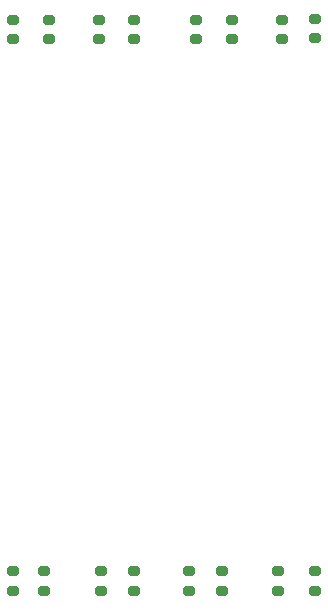
<source format=gbr>
%TF.GenerationSoftware,KiCad,Pcbnew,9.0.0*%
%TF.CreationDate,2025-04-13T20:44:06+03:30*%
%TF.ProjectId,DotMatrix,446f744d-6174-4726-9978-2e6b69636164,rev?*%
%TF.SameCoordinates,Original*%
%TF.FileFunction,Paste,Bot*%
%TF.FilePolarity,Positive*%
%FSLAX46Y46*%
G04 Gerber Fmt 4.6, Leading zero omitted, Abs format (unit mm)*
G04 Created by KiCad (PCBNEW 9.0.0) date 2025-04-13 20:44:06*
%MOMM*%
%LPD*%
G01*
G04 APERTURE LIST*
G04 Aperture macros list*
%AMRoundRect*
0 Rectangle with rounded corners*
0 $1 Rounding radius*
0 $2 $3 $4 $5 $6 $7 $8 $9 X,Y pos of 4 corners*
0 Add a 4 corners polygon primitive as box body*
4,1,4,$2,$3,$4,$5,$6,$7,$8,$9,$2,$3,0*
0 Add four circle primitives for the rounded corners*
1,1,$1+$1,$2,$3*
1,1,$1+$1,$4,$5*
1,1,$1+$1,$6,$7*
1,1,$1+$1,$8,$9*
0 Add four rect primitives between the rounded corners*
20,1,$1+$1,$2,$3,$4,$5,0*
20,1,$1+$1,$4,$5,$6,$7,0*
20,1,$1+$1,$6,$7,$8,$9,0*
20,1,$1+$1,$8,$9,$2,$3,0*%
G04 Aperture macros list end*
%ADD10RoundRect,0.200000X0.275000X-0.200000X0.275000X0.200000X-0.275000X0.200000X-0.275000X-0.200000X0*%
G04 APERTURE END LIST*
D10*
%TO.C,R4*%
X129500000Y-119525000D03*
X129500000Y-117875000D03*
%TD*%
%TO.C,R14*%
X148000000Y-72825000D03*
X148000000Y-71175000D03*
%TD*%
%TO.C,R8*%
X129500000Y-72825000D03*
X129500000Y-71175000D03*
%TD*%
%TO.C,R2*%
X144400000Y-119525000D03*
X144400000Y-117875000D03*
%TD*%
%TO.C,R1*%
X151900000Y-119525000D03*
X151900000Y-117875000D03*
%TD*%
%TO.C,R7*%
X136750000Y-72825000D03*
X136750000Y-71175000D03*
%TD*%
%TO.C,R3*%
X136900000Y-119525000D03*
X136900000Y-117875000D03*
%TD*%
%TO.C,R6*%
X145000000Y-72825000D03*
X145000000Y-71175000D03*
%TD*%
%TO.C,R16*%
X132500000Y-72825000D03*
X132500000Y-71175000D03*
%TD*%
%TO.C,R5*%
X152250000Y-72825000D03*
X152250000Y-71175000D03*
%TD*%
%TO.C,R15*%
X139750000Y-72825000D03*
X139750000Y-71175000D03*
%TD*%
%TO.C,R11*%
X139700000Y-119525000D03*
X139700000Y-117875000D03*
%TD*%
%TO.C,R12*%
X132100000Y-119525000D03*
X132100000Y-117875000D03*
%TD*%
%TO.C,R13*%
X155000000Y-72750000D03*
X155000000Y-71100000D03*
%TD*%
%TO.C,R9*%
X155000000Y-119525000D03*
X155000000Y-117875000D03*
%TD*%
%TO.C,R10*%
X147200000Y-119525000D03*
X147200000Y-117875000D03*
%TD*%
M02*

</source>
